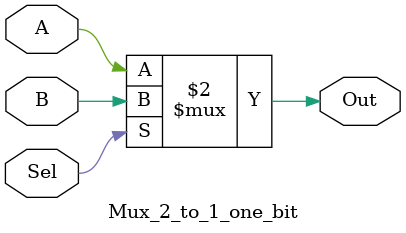
<source format=v>
module Mux_2_to_1_one_bit (
  input A , B , 
  input Sel ,
  output Out 
);

assign Out = ( Sel ==0 ) ? A : B ;

endmodule 

</source>
